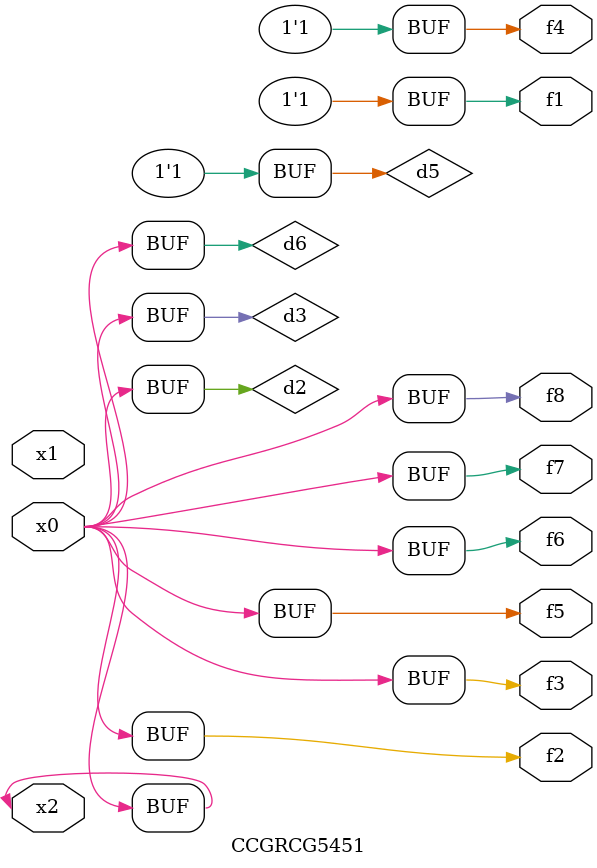
<source format=v>
module CCGRCG5451(
	input x0, x1, x2,
	output f1, f2, f3, f4, f5, f6, f7, f8
);

	wire d1, d2, d3, d4, d5, d6;

	xnor (d1, x2);
	buf (d2, x0, x2);
	and (d3, x0);
	xnor (d4, x1, x2);
	nand (d5, d1, d3);
	buf (d6, d2, d3);
	assign f1 = d5;
	assign f2 = d6;
	assign f3 = d6;
	assign f4 = d5;
	assign f5 = d6;
	assign f6 = d6;
	assign f7 = d6;
	assign f8 = d6;
endmodule

</source>
